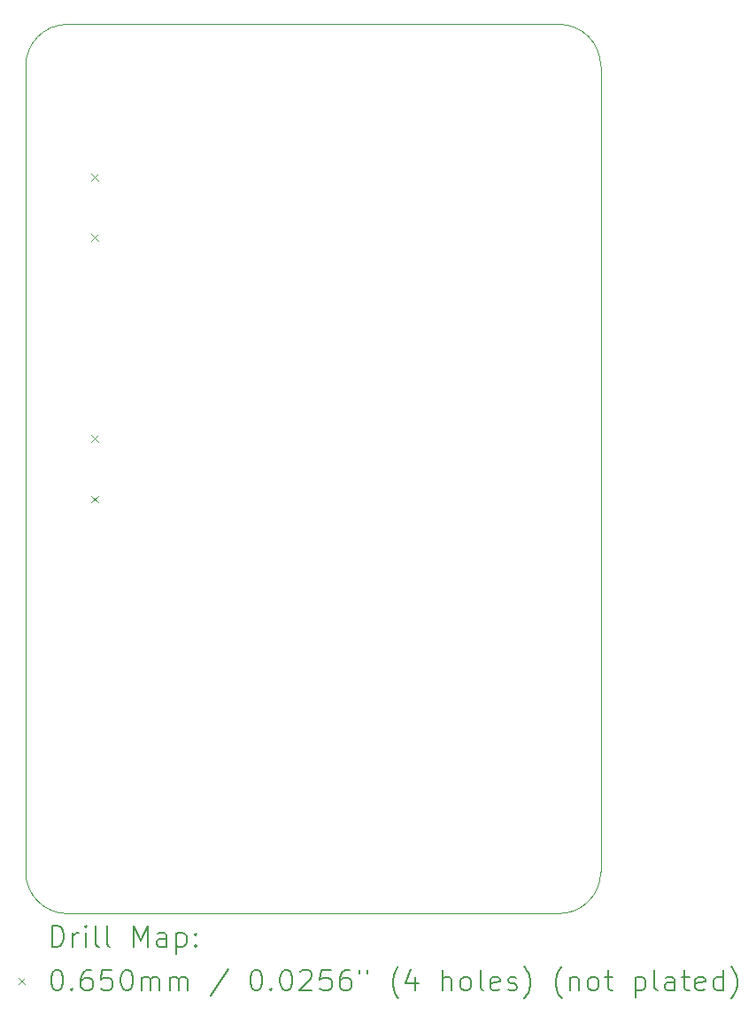
<source format=gbr>
%FSLAX45Y45*%
G04 Gerber Fmt 4.5, Leading zero omitted, Abs format (unit mm)*
G04 Created by KiCad (PCBNEW 6.0.2+dfsg-1) date 2025-09-20 14:23:53*
%MOMM*%
%LPD*%
G01*
G04 APERTURE LIST*
%TA.AperFunction,Profile*%
%ADD10C,0.100000*%
%TD*%
%ADD11C,0.200000*%
%ADD12C,0.065000*%
G04 APERTURE END LIST*
D10*
X17300000Y-14000000D02*
G75*
G03*
X17700000Y-13600000I0J400000D01*
G01*
X12200000Y-13600000D02*
G75*
G03*
X12600000Y-14000000I400000J0D01*
G01*
X12200000Y-13600000D02*
X12200000Y-5900000D01*
X17700000Y-5900000D02*
G75*
G03*
X17300000Y-5500000I-400000J0D01*
G01*
X12600000Y-5500000D02*
X17300000Y-5500000D01*
X12600000Y-5500000D02*
G75*
G03*
X12200000Y-5900000I0J-400000D01*
G01*
X17300000Y-14000000D02*
X12600000Y-14000000D01*
X17700000Y-5900000D02*
X17700000Y-13600000D01*
D11*
D12*
X12827500Y-6928500D02*
X12892500Y-6993500D01*
X12892500Y-6928500D02*
X12827500Y-6993500D01*
X12827500Y-7506500D02*
X12892500Y-7571500D01*
X12892500Y-7506500D02*
X12827500Y-7571500D01*
X12827500Y-9428500D02*
X12892500Y-9493500D01*
X12892500Y-9428500D02*
X12827500Y-9493500D01*
X12827500Y-10006500D02*
X12892500Y-10071500D01*
X12892500Y-10006500D02*
X12827500Y-10071500D01*
D11*
X12452619Y-14315476D02*
X12452619Y-14115476D01*
X12500238Y-14115476D01*
X12528809Y-14125000D01*
X12547857Y-14144048D01*
X12557381Y-14163095D01*
X12566905Y-14201190D01*
X12566905Y-14229762D01*
X12557381Y-14267857D01*
X12547857Y-14286905D01*
X12528809Y-14305952D01*
X12500238Y-14315476D01*
X12452619Y-14315476D01*
X12652619Y-14315476D02*
X12652619Y-14182143D01*
X12652619Y-14220238D02*
X12662143Y-14201190D01*
X12671667Y-14191667D01*
X12690714Y-14182143D01*
X12709762Y-14182143D01*
X12776428Y-14315476D02*
X12776428Y-14182143D01*
X12776428Y-14115476D02*
X12766905Y-14125000D01*
X12776428Y-14134524D01*
X12785952Y-14125000D01*
X12776428Y-14115476D01*
X12776428Y-14134524D01*
X12900238Y-14315476D02*
X12881190Y-14305952D01*
X12871667Y-14286905D01*
X12871667Y-14115476D01*
X13005000Y-14315476D02*
X12985952Y-14305952D01*
X12976428Y-14286905D01*
X12976428Y-14115476D01*
X13233571Y-14315476D02*
X13233571Y-14115476D01*
X13300238Y-14258333D01*
X13366905Y-14115476D01*
X13366905Y-14315476D01*
X13547857Y-14315476D02*
X13547857Y-14210714D01*
X13538333Y-14191667D01*
X13519286Y-14182143D01*
X13481190Y-14182143D01*
X13462143Y-14191667D01*
X13547857Y-14305952D02*
X13528809Y-14315476D01*
X13481190Y-14315476D01*
X13462143Y-14305952D01*
X13452619Y-14286905D01*
X13452619Y-14267857D01*
X13462143Y-14248809D01*
X13481190Y-14239286D01*
X13528809Y-14239286D01*
X13547857Y-14229762D01*
X13643095Y-14182143D02*
X13643095Y-14382143D01*
X13643095Y-14191667D02*
X13662143Y-14182143D01*
X13700238Y-14182143D01*
X13719286Y-14191667D01*
X13728809Y-14201190D01*
X13738333Y-14220238D01*
X13738333Y-14277381D01*
X13728809Y-14296428D01*
X13719286Y-14305952D01*
X13700238Y-14315476D01*
X13662143Y-14315476D01*
X13643095Y-14305952D01*
X13824048Y-14296428D02*
X13833571Y-14305952D01*
X13824048Y-14315476D01*
X13814524Y-14305952D01*
X13824048Y-14296428D01*
X13824048Y-14315476D01*
X13824048Y-14191667D02*
X13833571Y-14201190D01*
X13824048Y-14210714D01*
X13814524Y-14201190D01*
X13824048Y-14191667D01*
X13824048Y-14210714D01*
D12*
X12130000Y-14612500D02*
X12195000Y-14677500D01*
X12195000Y-14612500D02*
X12130000Y-14677500D01*
D11*
X12490714Y-14535476D02*
X12509762Y-14535476D01*
X12528809Y-14545000D01*
X12538333Y-14554524D01*
X12547857Y-14573571D01*
X12557381Y-14611667D01*
X12557381Y-14659286D01*
X12547857Y-14697381D01*
X12538333Y-14716428D01*
X12528809Y-14725952D01*
X12509762Y-14735476D01*
X12490714Y-14735476D01*
X12471667Y-14725952D01*
X12462143Y-14716428D01*
X12452619Y-14697381D01*
X12443095Y-14659286D01*
X12443095Y-14611667D01*
X12452619Y-14573571D01*
X12462143Y-14554524D01*
X12471667Y-14545000D01*
X12490714Y-14535476D01*
X12643095Y-14716428D02*
X12652619Y-14725952D01*
X12643095Y-14735476D01*
X12633571Y-14725952D01*
X12643095Y-14716428D01*
X12643095Y-14735476D01*
X12824048Y-14535476D02*
X12785952Y-14535476D01*
X12766905Y-14545000D01*
X12757381Y-14554524D01*
X12738333Y-14583095D01*
X12728809Y-14621190D01*
X12728809Y-14697381D01*
X12738333Y-14716428D01*
X12747857Y-14725952D01*
X12766905Y-14735476D01*
X12805000Y-14735476D01*
X12824048Y-14725952D01*
X12833571Y-14716428D01*
X12843095Y-14697381D01*
X12843095Y-14649762D01*
X12833571Y-14630714D01*
X12824048Y-14621190D01*
X12805000Y-14611667D01*
X12766905Y-14611667D01*
X12747857Y-14621190D01*
X12738333Y-14630714D01*
X12728809Y-14649762D01*
X13024048Y-14535476D02*
X12928809Y-14535476D01*
X12919286Y-14630714D01*
X12928809Y-14621190D01*
X12947857Y-14611667D01*
X12995476Y-14611667D01*
X13014524Y-14621190D01*
X13024048Y-14630714D01*
X13033571Y-14649762D01*
X13033571Y-14697381D01*
X13024048Y-14716428D01*
X13014524Y-14725952D01*
X12995476Y-14735476D01*
X12947857Y-14735476D01*
X12928809Y-14725952D01*
X12919286Y-14716428D01*
X13157381Y-14535476D02*
X13176428Y-14535476D01*
X13195476Y-14545000D01*
X13205000Y-14554524D01*
X13214524Y-14573571D01*
X13224048Y-14611667D01*
X13224048Y-14659286D01*
X13214524Y-14697381D01*
X13205000Y-14716428D01*
X13195476Y-14725952D01*
X13176428Y-14735476D01*
X13157381Y-14735476D01*
X13138333Y-14725952D01*
X13128809Y-14716428D01*
X13119286Y-14697381D01*
X13109762Y-14659286D01*
X13109762Y-14611667D01*
X13119286Y-14573571D01*
X13128809Y-14554524D01*
X13138333Y-14545000D01*
X13157381Y-14535476D01*
X13309762Y-14735476D02*
X13309762Y-14602143D01*
X13309762Y-14621190D02*
X13319286Y-14611667D01*
X13338333Y-14602143D01*
X13366905Y-14602143D01*
X13385952Y-14611667D01*
X13395476Y-14630714D01*
X13395476Y-14735476D01*
X13395476Y-14630714D02*
X13405000Y-14611667D01*
X13424048Y-14602143D01*
X13452619Y-14602143D01*
X13471667Y-14611667D01*
X13481190Y-14630714D01*
X13481190Y-14735476D01*
X13576428Y-14735476D02*
X13576428Y-14602143D01*
X13576428Y-14621190D02*
X13585952Y-14611667D01*
X13605000Y-14602143D01*
X13633571Y-14602143D01*
X13652619Y-14611667D01*
X13662143Y-14630714D01*
X13662143Y-14735476D01*
X13662143Y-14630714D02*
X13671667Y-14611667D01*
X13690714Y-14602143D01*
X13719286Y-14602143D01*
X13738333Y-14611667D01*
X13747857Y-14630714D01*
X13747857Y-14735476D01*
X14138333Y-14525952D02*
X13966905Y-14783095D01*
X14395476Y-14535476D02*
X14414524Y-14535476D01*
X14433571Y-14545000D01*
X14443095Y-14554524D01*
X14452619Y-14573571D01*
X14462143Y-14611667D01*
X14462143Y-14659286D01*
X14452619Y-14697381D01*
X14443095Y-14716428D01*
X14433571Y-14725952D01*
X14414524Y-14735476D01*
X14395476Y-14735476D01*
X14376428Y-14725952D01*
X14366905Y-14716428D01*
X14357381Y-14697381D01*
X14347857Y-14659286D01*
X14347857Y-14611667D01*
X14357381Y-14573571D01*
X14366905Y-14554524D01*
X14376428Y-14545000D01*
X14395476Y-14535476D01*
X14547857Y-14716428D02*
X14557381Y-14725952D01*
X14547857Y-14735476D01*
X14538333Y-14725952D01*
X14547857Y-14716428D01*
X14547857Y-14735476D01*
X14681190Y-14535476D02*
X14700238Y-14535476D01*
X14719286Y-14545000D01*
X14728809Y-14554524D01*
X14738333Y-14573571D01*
X14747857Y-14611667D01*
X14747857Y-14659286D01*
X14738333Y-14697381D01*
X14728809Y-14716428D01*
X14719286Y-14725952D01*
X14700238Y-14735476D01*
X14681190Y-14735476D01*
X14662143Y-14725952D01*
X14652619Y-14716428D01*
X14643095Y-14697381D01*
X14633571Y-14659286D01*
X14633571Y-14611667D01*
X14643095Y-14573571D01*
X14652619Y-14554524D01*
X14662143Y-14545000D01*
X14681190Y-14535476D01*
X14824048Y-14554524D02*
X14833571Y-14545000D01*
X14852619Y-14535476D01*
X14900238Y-14535476D01*
X14919286Y-14545000D01*
X14928809Y-14554524D01*
X14938333Y-14573571D01*
X14938333Y-14592619D01*
X14928809Y-14621190D01*
X14814524Y-14735476D01*
X14938333Y-14735476D01*
X15119286Y-14535476D02*
X15024048Y-14535476D01*
X15014524Y-14630714D01*
X15024048Y-14621190D01*
X15043095Y-14611667D01*
X15090714Y-14611667D01*
X15109762Y-14621190D01*
X15119286Y-14630714D01*
X15128809Y-14649762D01*
X15128809Y-14697381D01*
X15119286Y-14716428D01*
X15109762Y-14725952D01*
X15090714Y-14735476D01*
X15043095Y-14735476D01*
X15024048Y-14725952D01*
X15014524Y-14716428D01*
X15300238Y-14535476D02*
X15262143Y-14535476D01*
X15243095Y-14545000D01*
X15233571Y-14554524D01*
X15214524Y-14583095D01*
X15205000Y-14621190D01*
X15205000Y-14697381D01*
X15214524Y-14716428D01*
X15224048Y-14725952D01*
X15243095Y-14735476D01*
X15281190Y-14735476D01*
X15300238Y-14725952D01*
X15309762Y-14716428D01*
X15319286Y-14697381D01*
X15319286Y-14649762D01*
X15309762Y-14630714D01*
X15300238Y-14621190D01*
X15281190Y-14611667D01*
X15243095Y-14611667D01*
X15224048Y-14621190D01*
X15214524Y-14630714D01*
X15205000Y-14649762D01*
X15395476Y-14535476D02*
X15395476Y-14573571D01*
X15471667Y-14535476D02*
X15471667Y-14573571D01*
X15766905Y-14811667D02*
X15757381Y-14802143D01*
X15738333Y-14773571D01*
X15728809Y-14754524D01*
X15719286Y-14725952D01*
X15709762Y-14678333D01*
X15709762Y-14640238D01*
X15719286Y-14592619D01*
X15728809Y-14564048D01*
X15738333Y-14545000D01*
X15757381Y-14516428D01*
X15766905Y-14506905D01*
X15928809Y-14602143D02*
X15928809Y-14735476D01*
X15881190Y-14525952D02*
X15833571Y-14668809D01*
X15957381Y-14668809D01*
X16185952Y-14735476D02*
X16185952Y-14535476D01*
X16271667Y-14735476D02*
X16271667Y-14630714D01*
X16262143Y-14611667D01*
X16243095Y-14602143D01*
X16214524Y-14602143D01*
X16195476Y-14611667D01*
X16185952Y-14621190D01*
X16395476Y-14735476D02*
X16376428Y-14725952D01*
X16366905Y-14716428D01*
X16357381Y-14697381D01*
X16357381Y-14640238D01*
X16366905Y-14621190D01*
X16376428Y-14611667D01*
X16395476Y-14602143D01*
X16424048Y-14602143D01*
X16443095Y-14611667D01*
X16452619Y-14621190D01*
X16462143Y-14640238D01*
X16462143Y-14697381D01*
X16452619Y-14716428D01*
X16443095Y-14725952D01*
X16424048Y-14735476D01*
X16395476Y-14735476D01*
X16576428Y-14735476D02*
X16557381Y-14725952D01*
X16547857Y-14706905D01*
X16547857Y-14535476D01*
X16728809Y-14725952D02*
X16709762Y-14735476D01*
X16671667Y-14735476D01*
X16652619Y-14725952D01*
X16643095Y-14706905D01*
X16643095Y-14630714D01*
X16652619Y-14611667D01*
X16671667Y-14602143D01*
X16709762Y-14602143D01*
X16728809Y-14611667D01*
X16738333Y-14630714D01*
X16738333Y-14649762D01*
X16643095Y-14668809D01*
X16814524Y-14725952D02*
X16833571Y-14735476D01*
X16871667Y-14735476D01*
X16890714Y-14725952D01*
X16900238Y-14706905D01*
X16900238Y-14697381D01*
X16890714Y-14678333D01*
X16871667Y-14668809D01*
X16843095Y-14668809D01*
X16824048Y-14659286D01*
X16814524Y-14640238D01*
X16814524Y-14630714D01*
X16824048Y-14611667D01*
X16843095Y-14602143D01*
X16871667Y-14602143D01*
X16890714Y-14611667D01*
X16966905Y-14811667D02*
X16976429Y-14802143D01*
X16995476Y-14773571D01*
X17005000Y-14754524D01*
X17014524Y-14725952D01*
X17024048Y-14678333D01*
X17024048Y-14640238D01*
X17014524Y-14592619D01*
X17005000Y-14564048D01*
X16995476Y-14545000D01*
X16976429Y-14516428D01*
X16966905Y-14506905D01*
X17328810Y-14811667D02*
X17319286Y-14802143D01*
X17300238Y-14773571D01*
X17290714Y-14754524D01*
X17281190Y-14725952D01*
X17271667Y-14678333D01*
X17271667Y-14640238D01*
X17281190Y-14592619D01*
X17290714Y-14564048D01*
X17300238Y-14545000D01*
X17319286Y-14516428D01*
X17328810Y-14506905D01*
X17405000Y-14602143D02*
X17405000Y-14735476D01*
X17405000Y-14621190D02*
X17414524Y-14611667D01*
X17433571Y-14602143D01*
X17462143Y-14602143D01*
X17481190Y-14611667D01*
X17490714Y-14630714D01*
X17490714Y-14735476D01*
X17614524Y-14735476D02*
X17595476Y-14725952D01*
X17585952Y-14716428D01*
X17576429Y-14697381D01*
X17576429Y-14640238D01*
X17585952Y-14621190D01*
X17595476Y-14611667D01*
X17614524Y-14602143D01*
X17643095Y-14602143D01*
X17662143Y-14611667D01*
X17671667Y-14621190D01*
X17681190Y-14640238D01*
X17681190Y-14697381D01*
X17671667Y-14716428D01*
X17662143Y-14725952D01*
X17643095Y-14735476D01*
X17614524Y-14735476D01*
X17738333Y-14602143D02*
X17814524Y-14602143D01*
X17766905Y-14535476D02*
X17766905Y-14706905D01*
X17776429Y-14725952D01*
X17795476Y-14735476D01*
X17814524Y-14735476D01*
X18033571Y-14602143D02*
X18033571Y-14802143D01*
X18033571Y-14611667D02*
X18052619Y-14602143D01*
X18090714Y-14602143D01*
X18109762Y-14611667D01*
X18119286Y-14621190D01*
X18128810Y-14640238D01*
X18128810Y-14697381D01*
X18119286Y-14716428D01*
X18109762Y-14725952D01*
X18090714Y-14735476D01*
X18052619Y-14735476D01*
X18033571Y-14725952D01*
X18243095Y-14735476D02*
X18224048Y-14725952D01*
X18214524Y-14706905D01*
X18214524Y-14535476D01*
X18405000Y-14735476D02*
X18405000Y-14630714D01*
X18395476Y-14611667D01*
X18376429Y-14602143D01*
X18338333Y-14602143D01*
X18319286Y-14611667D01*
X18405000Y-14725952D02*
X18385952Y-14735476D01*
X18338333Y-14735476D01*
X18319286Y-14725952D01*
X18309762Y-14706905D01*
X18309762Y-14687857D01*
X18319286Y-14668809D01*
X18338333Y-14659286D01*
X18385952Y-14659286D01*
X18405000Y-14649762D01*
X18471667Y-14602143D02*
X18547857Y-14602143D01*
X18500238Y-14535476D02*
X18500238Y-14706905D01*
X18509762Y-14725952D01*
X18528810Y-14735476D01*
X18547857Y-14735476D01*
X18690714Y-14725952D02*
X18671667Y-14735476D01*
X18633571Y-14735476D01*
X18614524Y-14725952D01*
X18605000Y-14706905D01*
X18605000Y-14630714D01*
X18614524Y-14611667D01*
X18633571Y-14602143D01*
X18671667Y-14602143D01*
X18690714Y-14611667D01*
X18700238Y-14630714D01*
X18700238Y-14649762D01*
X18605000Y-14668809D01*
X18871667Y-14735476D02*
X18871667Y-14535476D01*
X18871667Y-14725952D02*
X18852619Y-14735476D01*
X18814524Y-14735476D01*
X18795476Y-14725952D01*
X18785952Y-14716428D01*
X18776429Y-14697381D01*
X18776429Y-14640238D01*
X18785952Y-14621190D01*
X18795476Y-14611667D01*
X18814524Y-14602143D01*
X18852619Y-14602143D01*
X18871667Y-14611667D01*
X18947857Y-14811667D02*
X18957381Y-14802143D01*
X18976429Y-14773571D01*
X18985952Y-14754524D01*
X18995476Y-14725952D01*
X19005000Y-14678333D01*
X19005000Y-14640238D01*
X18995476Y-14592619D01*
X18985952Y-14564048D01*
X18976429Y-14545000D01*
X18957381Y-14516428D01*
X18947857Y-14506905D01*
M02*

</source>
